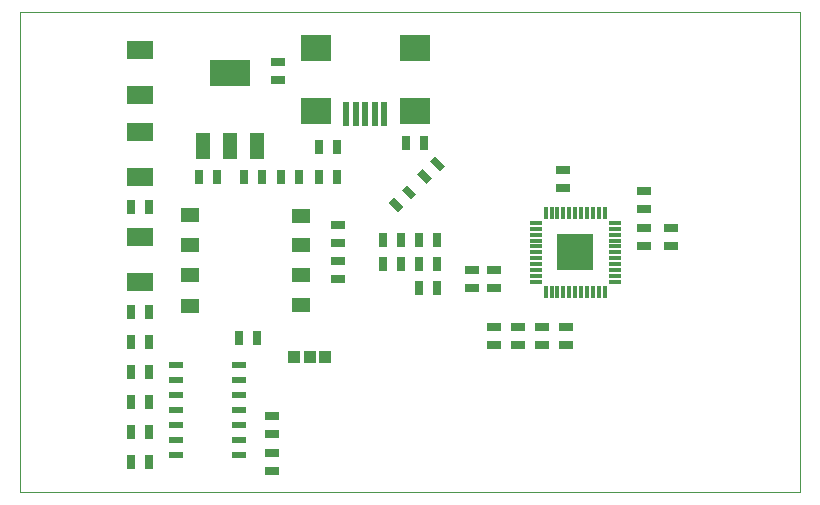
<source format=gtp>
%TF.FileFunction,Paste,Top*%
%FSLAX46Y46*%
G04 Gerber Fmt 4.6, Leading zero omitted, Abs format (unit mm)*
G04 Created by KiCad (PCBNEW (2014-09-08 BZR 5122)-product) date Wed 17 Dec 2014 07:33:54 PM CET*
%MOMM*%
G01*
G04 APERTURE LIST*
%ADD10C,0.020000*%
%ADD11C,0.100000*%
%ADD12R,1.000000X1.000000*%
%ADD13R,1.200000X2.200000*%
%ADD14R,3.500000X2.200000*%
%ADD15R,1.524000X1.270000*%
%ADD16R,0.635000X1.143000*%
%ADD17R,1.143000X0.635000*%
%ADD18R,1.100000X0.300000*%
%ADD19R,0.300000X1.100000*%
%ADD20R,3.120000X3.120000*%
%ADD21R,1.300000X0.600000*%
%ADD22R,0.500000X2.000000*%
%ADD23R,2.500000X2.200000*%
%ADD24R,2.199640X1.600200*%
G04 APERTURE END LIST*
D10*
D11*
X66040000Y0D02*
X0Y0D01*
X0Y40640000D02*
X66040000Y40640000D01*
X0Y40640000D02*
X0Y0D01*
X66040000Y0D02*
X66040000Y40640000D01*
D12*
X24511000Y11430000D03*
X23211000Y11430000D03*
X25811000Y11430000D03*
D13*
X15480000Y29285000D03*
X17780000Y29285000D03*
X20080000Y29285000D03*
D14*
X17780000Y35485000D03*
D15*
X14351000Y23495000D03*
X14351000Y20955000D03*
X14351000Y18415000D03*
X14351000Y15748000D03*
X23749000Y15875000D03*
X23749000Y18415000D03*
X23749000Y20955000D03*
X23749000Y23368000D03*
D16*
X15113000Y26670000D03*
X16637000Y26670000D03*
X22098000Y26670000D03*
X23622000Y26670000D03*
X18542000Y13081000D03*
X20066000Y13081000D03*
X20447000Y26670000D03*
X18923000Y26670000D03*
D17*
X21844000Y36449000D03*
X21844000Y34925000D03*
D16*
X26797000Y29210000D03*
X25273000Y29210000D03*
D17*
X52832000Y22352000D03*
X52832000Y20828000D03*
X40132000Y18796000D03*
X40132000Y17272000D03*
X45974000Y25781000D03*
X45974000Y27305000D03*
X46228000Y13970000D03*
X46228000Y12446000D03*
X44196000Y13970000D03*
X44196000Y12446000D03*
X38227000Y18796000D03*
X38227000Y17272000D03*
X21336000Y3302000D03*
X21336000Y1778000D03*
D10*
G36*
X32025790Y23724567D02*
X31217567Y24532790D01*
X31666580Y24981803D01*
X32474803Y24173580D01*
X32025790Y23724567D01*
X32025790Y23724567D01*
G37*
G36*
X33103420Y24802197D02*
X32295197Y25610420D01*
X32744210Y26059433D01*
X33552433Y25251210D01*
X33103420Y24802197D01*
X33103420Y24802197D01*
G37*
G36*
X35157210Y28472433D02*
X35965433Y27664210D01*
X35516420Y27215197D01*
X34708197Y28023420D01*
X35157210Y28472433D01*
X35157210Y28472433D01*
G37*
G36*
X34079580Y27394803D02*
X34887803Y26586580D01*
X34438790Y26137567D01*
X33630567Y26945790D01*
X34079580Y27394803D01*
X34079580Y27394803D01*
G37*
D16*
X34163000Y29591000D03*
X32639000Y29591000D03*
X32258000Y21336000D03*
X30734000Y21336000D03*
X32258000Y19304000D03*
X30734000Y19304000D03*
D17*
X42164000Y12446000D03*
X42164000Y13970000D03*
D16*
X33782000Y17272000D03*
X35306000Y17272000D03*
D17*
X21336000Y6477000D03*
X21336000Y4953000D03*
D16*
X10922000Y15240000D03*
X9398000Y15240000D03*
X10922000Y12700000D03*
X9398000Y12700000D03*
X10922000Y10160000D03*
X9398000Y10160000D03*
X10922000Y7620000D03*
X9398000Y7620000D03*
X10922000Y5080000D03*
X9398000Y5080000D03*
X10922000Y2540000D03*
X9398000Y2540000D03*
X10922000Y24130000D03*
X9398000Y24130000D03*
D17*
X26924000Y18034000D03*
X26924000Y19558000D03*
X40132000Y12446000D03*
X40132000Y13970000D03*
D16*
X25273000Y26670000D03*
X26797000Y26670000D03*
X35306000Y21336000D03*
X33782000Y21336000D03*
X35306000Y19304000D03*
X33782000Y19304000D03*
D17*
X26924000Y22606000D03*
X26924000Y21082000D03*
D18*
X50340000Y17820000D03*
X50340000Y18320000D03*
X50340000Y18820000D03*
X50340000Y19320000D03*
X50340000Y19820000D03*
X50340000Y20320000D03*
X50340000Y20820000D03*
X50340000Y21320000D03*
X50340000Y21820000D03*
X50340000Y22320000D03*
X50340000Y22820000D03*
D19*
X49490000Y23670000D03*
X48990000Y23670000D03*
X48490000Y23670000D03*
X47990000Y23670000D03*
X47490000Y23670000D03*
X46990000Y23670000D03*
X46490000Y23670000D03*
X45990000Y23670000D03*
X45490000Y23670000D03*
X44990000Y23670000D03*
X44490000Y23670000D03*
D18*
X43640000Y22820000D03*
X43640000Y22320000D03*
X43640000Y21820000D03*
X43640000Y21320000D03*
X43640000Y20820000D03*
X43640000Y20320000D03*
X43640000Y19820000D03*
X43640000Y19320000D03*
X43640000Y18820000D03*
X43640000Y18320000D03*
X43640000Y17820000D03*
D19*
X44490000Y16970000D03*
X44990000Y16970000D03*
X45490000Y16970000D03*
X45990000Y16970000D03*
X46490000Y16970000D03*
X46990000Y16970000D03*
X47490000Y16970000D03*
X47990000Y16970000D03*
X48490000Y16970000D03*
X48990000Y16970000D03*
X49490000Y16970000D03*
D20*
X46990000Y20320000D03*
D21*
X13225000Y10795000D03*
X13225000Y9525000D03*
X13225000Y8255000D03*
X13225000Y6985000D03*
X13225000Y5715000D03*
X13225000Y4445000D03*
X13225000Y3175000D03*
X18525000Y3175000D03*
X18525000Y4445000D03*
X18525000Y6985000D03*
X18525000Y8255000D03*
X18525000Y9525000D03*
X18525000Y10795000D03*
X18525000Y5715000D03*
D17*
X52832000Y25527000D03*
X52832000Y24003000D03*
X55118000Y20828000D03*
X55118000Y22352000D03*
D22*
X29210000Y32040000D03*
X30810000Y32040000D03*
X30010000Y32040000D03*
X28410000Y32040000D03*
X27610000Y32040000D03*
D23*
X33410000Y32290000D03*
X25010000Y32290000D03*
X25010000Y37590000D03*
X33410000Y37590000D03*
D24*
X10160000Y30474920D03*
X10160000Y26675080D03*
X10160000Y37459920D03*
X10160000Y33660080D03*
X10160000Y17785080D03*
X10160000Y21584920D03*
M02*

</source>
